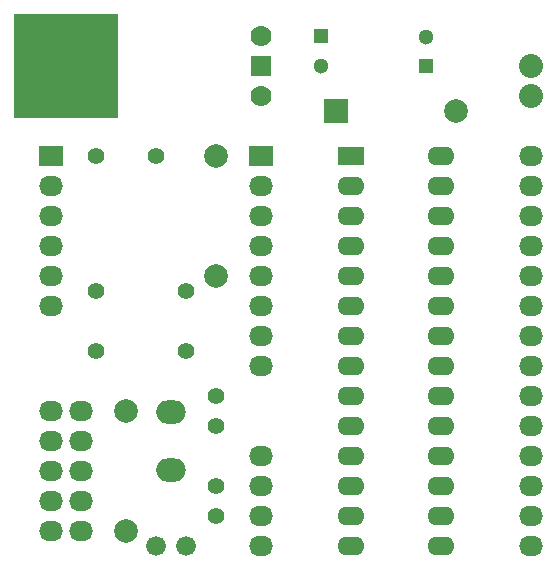
<source format=gbr>
G04 #@! TF.FileFunction,Soldermask,Top*
%FSLAX46Y46*%
G04 Gerber Fmt 4.6, Leading zero omitted, Abs format (unit mm)*
G04 Created by KiCad (PCBNEW (2015-04-05 BZR 5577)-product) date 28-04-2015 14:57:52*
%MOMM*%
G01*
G04 APERTURE LIST*
%ADD10C,0.100000*%
%ADD11O,2.286000X1.574800*%
%ADD12R,2.286000X1.574800*%
%ADD13C,1.397000*%
%ADD14C,1.998980*%
%ADD15R,1.998980X1.998980*%
%ADD16O,2.499360X1.998980*%
%ADD17O,2.032000X1.727200*%
%ADD18R,2.032000X1.727200*%
%ADD19O,2.032000X2.032000*%
%ADD20C,1.300000*%
%ADD21R,1.300000X1.300000*%
%ADD22C,1.676400*%
%ADD23R,8.890000X8.890000*%
%ADD24C,1.778000*%
%ADD25R,1.778000X1.778000*%
G04 APERTURE END LIST*
D10*
D11*
X63500000Y-40640000D03*
X63500000Y-43180000D03*
X63500000Y-45720000D03*
X63500000Y-48260000D03*
X63500000Y-50800000D03*
X63500000Y-53340000D03*
X63500000Y-55880000D03*
X63500000Y-58420000D03*
X63500000Y-60960000D03*
X63500000Y-63500000D03*
X63500000Y-66040000D03*
X63500000Y-68580000D03*
X63500000Y-71120000D03*
D12*
X63500000Y-38100000D03*
D11*
X71120000Y-71120000D03*
X71120000Y-68580000D03*
X71120000Y-66040000D03*
X71120000Y-63500000D03*
X71120000Y-60960000D03*
X71120000Y-58420000D03*
X71120000Y-55880000D03*
X71120000Y-53340000D03*
X71120000Y-50800000D03*
X71120000Y-48260000D03*
X71120000Y-45720000D03*
X71120000Y-43180000D03*
X71120000Y-40640000D03*
X71120000Y-38100000D03*
D13*
X52070000Y-60960000D03*
X52070000Y-58420000D03*
X52070000Y-66040000D03*
X52070000Y-68580000D03*
X46990000Y-38100000D03*
X41910000Y-38100000D03*
D14*
X72390000Y-34290000D03*
D15*
X62230000Y-34290000D03*
D13*
X49530000Y-49530000D03*
X49530000Y-54610000D03*
X41910000Y-49530000D03*
X41910000Y-54610000D03*
D16*
X48260000Y-64670940D03*
X48260000Y-59789060D03*
D17*
X40640000Y-59690000D03*
X40640000Y-62230000D03*
X40640000Y-64770000D03*
X40640000Y-67310000D03*
X40640000Y-69850000D03*
X38100000Y-59690000D03*
X38100000Y-62230000D03*
X38100000Y-64770000D03*
X38100000Y-67310000D03*
X38100000Y-69850000D03*
D18*
X38100000Y-38100000D03*
D17*
X38100000Y-40640000D03*
X38100000Y-43180000D03*
X38100000Y-45720000D03*
X38100000Y-48260000D03*
X38100000Y-50800000D03*
D18*
X55880000Y-38100000D03*
D17*
X55880000Y-40640000D03*
X55880000Y-43180000D03*
X55880000Y-45720000D03*
X55880000Y-48260000D03*
X55880000Y-50800000D03*
X55880000Y-53340000D03*
X55880000Y-55880000D03*
D19*
X78740000Y-30480000D03*
X78740000Y-33020000D03*
D17*
X55880000Y-63500000D03*
X55880000Y-66040000D03*
X55880000Y-68580000D03*
X55880000Y-71120000D03*
X78740000Y-71120000D03*
X78740000Y-68580000D03*
X78740000Y-66040000D03*
X78740000Y-63500000D03*
X78740000Y-60960000D03*
X78740000Y-58420000D03*
X78740000Y-55880000D03*
X78740000Y-53340000D03*
X78740000Y-50800000D03*
X78740000Y-48260000D03*
X78740000Y-45720000D03*
X78740000Y-43180000D03*
X78740000Y-40640000D03*
X78740000Y-38100000D03*
D20*
X69850000Y-27980000D03*
D21*
X69850000Y-30480000D03*
D20*
X60960000Y-30440000D03*
D21*
X60960000Y-27940000D03*
D22*
X49530000Y-71120000D03*
X46990000Y-71120000D03*
D14*
X44450000Y-69850000D03*
X44450000Y-59690000D03*
X52070000Y-48260000D03*
X52070000Y-38100000D03*
D23*
X39370000Y-30480000D03*
D24*
X55880000Y-33020000D03*
D25*
X55880000Y-30480000D03*
D24*
X55880000Y-27940000D03*
M02*

</source>
